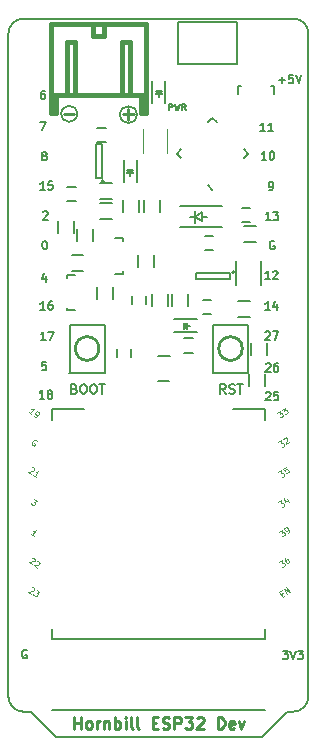
<source format=gbr>
G04 #@! TF.FileFunction,Legend,Top*
%FSLAX46Y46*%
G04 Gerber Fmt 4.6, Leading zero omitted, Abs format (unit mm)*
G04 Created by KiCad (PCBNEW (2015-01-16 BZR 5376)-product) date 03-Feb-17 1:00:34 PM*
%MOMM*%
G01*
G04 APERTURE LIST*
%ADD10C,0.100000*%
%ADD11C,0.127000*%
%ADD12C,0.150000*%
%ADD13C,0.200000*%
%ADD14C,0.125000*%
%ADD15C,0.175000*%
%ADD16C,0.250000*%
%ADD17C,0.285750*%
%ADD18C,0.381000*%
%ADD19C,0.120000*%
%ADD20C,0.254000*%
G04 APERTURE END LIST*
D10*
D11*
X90965867Y-75058210D02*
X90965867Y-74550210D01*
X91159391Y-74550210D01*
X91207772Y-74574400D01*
X91231963Y-74598590D01*
X91256153Y-74646971D01*
X91256153Y-74719543D01*
X91231963Y-74767924D01*
X91207772Y-74792114D01*
X91159391Y-74816305D01*
X90965867Y-74816305D01*
X91425486Y-74550210D02*
X91546439Y-75058210D01*
X91643201Y-74695352D01*
X91739963Y-75058210D01*
X91860915Y-74550210D01*
X92344724Y-75058210D02*
X92175391Y-74816305D01*
X92054438Y-75058210D02*
X92054438Y-74550210D01*
X92247962Y-74550210D01*
X92296343Y-74574400D01*
X92320534Y-74598590D01*
X92344724Y-74646971D01*
X92344724Y-74719543D01*
X92320534Y-74767924D01*
X92296343Y-74792114D01*
X92247962Y-74816305D01*
X92054438Y-74816305D01*
D12*
X83161514Y-75374500D02*
G75*
G03X83161514Y-75374500I-675014J0D01*
G01*
X88212952Y-75438000D02*
G75*
G03X88212952Y-75438000I-709952J0D01*
G01*
X98806000Y-128143000D02*
X99060000Y-127889000D01*
X81407000Y-128143000D02*
X98806000Y-128143000D01*
X81153000Y-127889000D02*
X81407000Y-128143000D01*
X77343000Y-124714000D02*
X77343000Y-68580000D01*
X79248000Y-125984000D02*
X78613000Y-125984000D01*
X101473000Y-125984000D02*
X100965000Y-125984000D01*
X102743000Y-68580000D02*
X102743000Y-124714000D01*
X78613000Y-67310000D02*
X101473000Y-67310000D01*
X78613000Y-67310000D02*
G75*
G03X77343000Y-68580000I0J-1270000D01*
G01*
X102743000Y-68580000D02*
G75*
G03X101473000Y-67310000I-1270000J0D01*
G01*
X101473000Y-125984000D02*
G75*
G03X102743000Y-124714000I0J1270000D01*
G01*
X77343000Y-124714000D02*
G75*
G03X78613000Y-125984000I1270000J0D01*
G01*
X81153000Y-127889000D02*
X79248000Y-125984000D01*
X100965000Y-125984000D02*
X99060000Y-127889000D01*
D13*
X82937486Y-98647257D02*
X83051772Y-98685352D01*
X83089867Y-98723448D01*
X83127962Y-98799638D01*
X83127962Y-98913924D01*
X83089867Y-98990114D01*
X83051772Y-99028210D01*
X82975581Y-99066305D01*
X82670819Y-99066305D01*
X82670819Y-98266305D01*
X82937486Y-98266305D01*
X83013676Y-98304400D01*
X83051772Y-98342495D01*
X83089867Y-98418686D01*
X83089867Y-98494876D01*
X83051772Y-98571067D01*
X83013676Y-98609162D01*
X82937486Y-98647257D01*
X82670819Y-98647257D01*
X83623200Y-98266305D02*
X83775581Y-98266305D01*
X83851772Y-98304400D01*
X83927962Y-98380590D01*
X83966057Y-98532971D01*
X83966057Y-98799638D01*
X83927962Y-98952019D01*
X83851772Y-99028210D01*
X83775581Y-99066305D01*
X83623200Y-99066305D01*
X83547010Y-99028210D01*
X83470819Y-98952019D01*
X83432724Y-98799638D01*
X83432724Y-98532971D01*
X83470819Y-98380590D01*
X83547010Y-98304400D01*
X83623200Y-98266305D01*
X84461295Y-98266305D02*
X84613676Y-98266305D01*
X84689867Y-98304400D01*
X84766057Y-98380590D01*
X84804152Y-98532971D01*
X84804152Y-98799638D01*
X84766057Y-98952019D01*
X84689867Y-99028210D01*
X84613676Y-99066305D01*
X84461295Y-99066305D01*
X84385105Y-99028210D01*
X84308914Y-98952019D01*
X84270819Y-98799638D01*
X84270819Y-98532971D01*
X84308914Y-98380590D01*
X84385105Y-98304400D01*
X84461295Y-98266305D01*
X85032723Y-98266305D02*
X85489866Y-98266305D01*
X85261295Y-99066305D02*
X85261295Y-98266305D01*
X95726305Y-99066305D02*
X95459638Y-98685352D01*
X95269162Y-99066305D02*
X95269162Y-98266305D01*
X95573924Y-98266305D01*
X95650115Y-98304400D01*
X95688210Y-98342495D01*
X95726305Y-98418686D01*
X95726305Y-98532971D01*
X95688210Y-98609162D01*
X95650115Y-98647257D01*
X95573924Y-98685352D01*
X95269162Y-98685352D01*
X96031067Y-99028210D02*
X96145353Y-99066305D01*
X96335829Y-99066305D01*
X96412019Y-99028210D01*
X96450115Y-98990114D01*
X96488210Y-98913924D01*
X96488210Y-98837733D01*
X96450115Y-98761543D01*
X96412019Y-98723448D01*
X96335829Y-98685352D01*
X96183448Y-98647257D01*
X96107257Y-98609162D01*
X96069162Y-98571067D01*
X96031067Y-98494876D01*
X96031067Y-98418686D01*
X96069162Y-98342495D01*
X96107257Y-98304400D01*
X96183448Y-98266305D01*
X96373924Y-98266305D01*
X96488210Y-98304400D01*
X96716781Y-98266305D02*
X97173924Y-98266305D01*
X96945353Y-99066305D02*
X96945353Y-98266305D01*
D14*
X79326755Y-115467890D02*
X79360012Y-115462623D01*
X79412532Y-115471350D01*
X79508843Y-115541324D01*
X79533373Y-115588577D01*
X79538640Y-115621834D01*
X79529912Y-115674354D01*
X79501922Y-115712878D01*
X79440676Y-115756670D01*
X79041590Y-115819879D01*
X79292000Y-116001812D01*
X79720729Y-115695268D02*
X79971138Y-115877201D01*
X79724343Y-115933336D01*
X79782129Y-115975321D01*
X79806659Y-116022572D01*
X79811927Y-116055830D01*
X79803199Y-116108349D01*
X79733225Y-116204660D01*
X79685973Y-116229190D01*
X79652715Y-116234458D01*
X79600196Y-116225730D01*
X79484623Y-116141761D01*
X79460093Y-116094509D01*
X79454826Y-116061252D01*
X79377555Y-112978690D02*
X79410812Y-112973423D01*
X79463332Y-112982150D01*
X79559643Y-113052124D01*
X79584173Y-113099377D01*
X79589440Y-113132634D01*
X79580712Y-113185154D01*
X79552722Y-113223678D01*
X79491476Y-113267470D01*
X79092390Y-113330679D01*
X79342800Y-113512612D01*
X79762800Y-113258588D02*
X79796058Y-113253320D01*
X79848578Y-113262047D01*
X79944889Y-113332022D01*
X79969418Y-113379274D01*
X79974686Y-113412532D01*
X79965958Y-113465051D01*
X79937968Y-113503576D01*
X79876722Y-113547367D01*
X79477636Y-113610576D01*
X79728045Y-113792510D01*
X79484623Y-111112561D02*
X79253475Y-110944622D01*
X79369049Y-111028592D02*
X79662941Y-110624083D01*
X79582432Y-110653881D01*
X79515918Y-110664415D01*
X79463398Y-110655688D01*
X79528106Y-107986119D02*
X79778515Y-108168052D01*
X79531720Y-108224188D01*
X79589506Y-108266172D01*
X79614036Y-108313424D01*
X79619304Y-108346681D01*
X79610576Y-108399201D01*
X79540602Y-108495512D01*
X79493350Y-108520042D01*
X79460093Y-108525309D01*
X79407573Y-108516581D01*
X79292000Y-108432612D01*
X79267470Y-108385360D01*
X79262203Y-108352103D01*
X79326755Y-105307890D02*
X79360012Y-105302623D01*
X79412532Y-105311350D01*
X79508843Y-105381324D01*
X79533373Y-105428577D01*
X79538640Y-105461834D01*
X79529912Y-105514354D01*
X79501922Y-105552878D01*
X79440676Y-105596670D01*
X79041590Y-105659879D01*
X79292000Y-105841812D01*
X79677245Y-106121710D02*
X79446098Y-105953771D01*
X79561672Y-106037740D02*
X79855564Y-105633232D01*
X79775055Y-105663029D01*
X79708541Y-105673564D01*
X79656021Y-105664837D01*
X79292000Y-100812612D02*
X79060852Y-100644674D01*
X79176426Y-100728643D02*
X79470319Y-100324134D01*
X79389809Y-100353932D01*
X79323295Y-100364467D01*
X79270775Y-100355740D01*
X79484623Y-100952561D02*
X79561672Y-101008540D01*
X79614191Y-101017268D01*
X79647449Y-101012001D01*
X79727958Y-100982204D01*
X79803199Y-100919149D01*
X79915158Y-100765051D01*
X79923886Y-100712532D01*
X79918618Y-100679274D01*
X79894089Y-100632022D01*
X79817040Y-100576042D01*
X79764520Y-100567315D01*
X79731263Y-100572583D01*
X79684011Y-100597113D01*
X79614036Y-100693424D01*
X79605309Y-100745943D01*
X79610576Y-100779201D01*
X79635106Y-100826452D01*
X79712155Y-100882432D01*
X79764674Y-100891160D01*
X79797932Y-100885892D01*
X79845184Y-100861362D01*
X79754889Y-103100317D02*
X79730359Y-103053065D01*
X79672573Y-103011081D01*
X79600790Y-102988358D01*
X79534276Y-102998893D01*
X79487024Y-103023423D01*
X79411782Y-103086477D01*
X79369797Y-103144265D01*
X79333081Y-103235309D01*
X79324353Y-103287828D01*
X79334888Y-103354342D01*
X79378680Y-103415589D01*
X79417205Y-103443579D01*
X79488986Y-103466301D01*
X79522244Y-103461034D01*
X79620208Y-103326198D01*
X79543158Y-103270219D01*
D15*
X78872533Y-120808000D02*
X78805867Y-120774667D01*
X78705867Y-120774667D01*
X78605867Y-120808000D01*
X78539200Y-120874667D01*
X78505867Y-120941333D01*
X78472533Y-121074667D01*
X78472533Y-121174667D01*
X78505867Y-121308000D01*
X78539200Y-121374667D01*
X78605867Y-121441333D01*
X78705867Y-121474667D01*
X78772533Y-121474667D01*
X78872533Y-121441333D01*
X78905867Y-121408000D01*
X78905867Y-121174667D01*
X78772533Y-121174667D01*
D14*
X100416843Y-116062827D02*
X100551678Y-115964863D01*
X100763409Y-116134763D02*
X100570786Y-116274712D01*
X100276893Y-115870203D01*
X100469516Y-115730255D01*
X100936770Y-116008809D02*
X100642877Y-115604301D01*
X101167917Y-115840871D01*
X100874025Y-115436362D01*
X100248000Y-113351196D02*
X100498409Y-113169263D01*
X100475533Y-113421325D01*
X100533320Y-113379341D01*
X100585839Y-113370613D01*
X100619097Y-113375881D01*
X100666348Y-113400411D01*
X100736322Y-113496722D01*
X100745050Y-113549241D01*
X100739783Y-113582499D01*
X100715253Y-113629751D01*
X100599679Y-113713720D01*
X100547160Y-113722448D01*
X100513903Y-113717180D01*
X100845131Y-112917355D02*
X100768081Y-112973334D01*
X100743552Y-113020587D01*
X100738285Y-113053844D01*
X100741745Y-113139620D01*
X100778462Y-113230665D01*
X100890421Y-113384763D01*
X100937673Y-113409292D01*
X100970930Y-113414560D01*
X101023449Y-113405833D01*
X101100499Y-113349853D01*
X101125029Y-113302601D01*
X101130296Y-113269344D01*
X101121568Y-113216824D01*
X101051594Y-113120513D01*
X101004343Y-113095983D01*
X100971085Y-113090716D01*
X100918566Y-113099444D01*
X100841516Y-113155423D01*
X100816986Y-113202675D01*
X100811720Y-113235932D01*
X100820447Y-113288452D01*
X100248000Y-110760396D02*
X100498409Y-110578463D01*
X100475533Y-110830525D01*
X100533320Y-110788541D01*
X100585839Y-110779813D01*
X100619097Y-110785081D01*
X100666348Y-110809611D01*
X100736322Y-110905922D01*
X100745050Y-110958441D01*
X100739783Y-110991699D01*
X100715253Y-111038951D01*
X100599679Y-111122920D01*
X100547160Y-111131648D01*
X100513903Y-111126380D01*
X100984925Y-110843022D02*
X101061974Y-110787043D01*
X101086504Y-110739791D01*
X101091772Y-110706533D01*
X101088312Y-110620757D01*
X101051594Y-110529713D01*
X100939635Y-110375615D01*
X100892384Y-110351085D01*
X100859126Y-110345818D01*
X100806606Y-110354545D01*
X100729557Y-110410524D01*
X100705027Y-110457777D01*
X100699761Y-110491034D01*
X100708488Y-110543554D01*
X100778462Y-110639865D01*
X100825714Y-110664394D01*
X100858971Y-110669662D01*
X100911490Y-110660934D01*
X100988540Y-110604955D01*
X101013070Y-110557703D01*
X101018337Y-110524445D01*
X101009609Y-110471926D01*
X100197200Y-108271196D02*
X100447609Y-108089263D01*
X100424733Y-108341325D01*
X100482520Y-108299341D01*
X100535039Y-108290613D01*
X100568297Y-108295881D01*
X100615548Y-108320411D01*
X100685522Y-108416722D01*
X100694250Y-108469241D01*
X100688983Y-108502499D01*
X100664453Y-108549751D01*
X100548879Y-108633720D01*
X100496360Y-108642448D01*
X100463103Y-108637180D01*
X100892295Y-107972191D02*
X101088223Y-108241863D01*
X100684025Y-107888067D02*
X100797636Y-108246976D01*
X101048047Y-108065043D01*
X100197200Y-105731196D02*
X100447609Y-105549263D01*
X100424733Y-105801325D01*
X100482520Y-105759341D01*
X100535039Y-105750613D01*
X100568297Y-105755881D01*
X100615548Y-105780411D01*
X100685522Y-105876722D01*
X100694250Y-105929241D01*
X100688983Y-105962499D01*
X100664453Y-106009751D01*
X100548879Y-106093720D01*
X100496360Y-106102448D01*
X100463103Y-106097180D01*
X100813593Y-105283360D02*
X100620970Y-105423308D01*
X100741657Y-105629927D01*
X100746925Y-105596669D01*
X100771455Y-105549418D01*
X100867766Y-105479444D01*
X100920285Y-105470716D01*
X100953543Y-105475983D01*
X101000794Y-105500513D01*
X101070768Y-105596824D01*
X101079496Y-105649344D01*
X101074229Y-105682601D01*
X101049699Y-105729853D01*
X100953388Y-105799827D01*
X100900868Y-105808555D01*
X100867611Y-105803287D01*
X100197200Y-103191196D02*
X100447609Y-103009263D01*
X100424733Y-103261325D01*
X100482520Y-103219341D01*
X100535039Y-103210613D01*
X100568297Y-103215881D01*
X100615548Y-103240411D01*
X100685522Y-103336722D01*
X100694250Y-103389241D01*
X100688983Y-103422499D01*
X100664453Y-103469751D01*
X100548879Y-103553720D01*
X100496360Y-103562448D01*
X100463103Y-103557180D01*
X100629698Y-102935829D02*
X100634966Y-102902571D01*
X100659495Y-102855319D01*
X100755806Y-102785345D01*
X100808326Y-102776618D01*
X100841584Y-102781885D01*
X100888835Y-102806415D01*
X100916825Y-102844940D01*
X100939547Y-102916721D01*
X100876338Y-103315807D01*
X101126748Y-103133874D01*
X100095600Y-100701996D02*
X100346009Y-100520063D01*
X100323133Y-100772125D01*
X100380920Y-100730141D01*
X100433439Y-100721413D01*
X100466697Y-100726681D01*
X100513948Y-100751211D01*
X100583922Y-100847522D01*
X100592650Y-100900041D01*
X100587383Y-100933299D01*
X100562853Y-100980551D01*
X100447279Y-101064520D01*
X100394760Y-101073248D01*
X100361503Y-101067980D01*
X100480846Y-100422098D02*
X100731255Y-100240165D01*
X100708379Y-100492228D01*
X100766166Y-100450244D01*
X100818685Y-100441516D01*
X100851943Y-100446783D01*
X100899194Y-100471313D01*
X100969168Y-100567624D01*
X100977896Y-100620144D01*
X100972629Y-100653401D01*
X100948099Y-100700653D01*
X100832525Y-100784622D01*
X100780006Y-100793350D01*
X100746749Y-100788082D01*
D15*
X99852933Y-86162400D02*
X99786267Y-86129067D01*
X99686267Y-86129067D01*
X99586267Y-86162400D01*
X99519600Y-86229067D01*
X99486267Y-86295733D01*
X99452933Y-86429067D01*
X99452933Y-86529067D01*
X99486267Y-86662400D01*
X99519600Y-86729067D01*
X99586267Y-86795733D01*
X99686267Y-86829067D01*
X99752933Y-86829067D01*
X99852933Y-86795733D01*
X99886267Y-86762400D01*
X99886267Y-86529067D01*
X99752933Y-86529067D01*
D16*
X82876332Y-127452381D02*
X82876332Y-126452381D01*
X82876332Y-126928571D02*
X83447761Y-126928571D01*
X83447761Y-127452381D02*
X83447761Y-126452381D01*
X84066808Y-127452381D02*
X83971570Y-127404762D01*
X83923951Y-127357143D01*
X83876332Y-127261905D01*
X83876332Y-126976190D01*
X83923951Y-126880952D01*
X83971570Y-126833333D01*
X84066808Y-126785714D01*
X84209666Y-126785714D01*
X84304904Y-126833333D01*
X84352523Y-126880952D01*
X84400142Y-126976190D01*
X84400142Y-127261905D01*
X84352523Y-127357143D01*
X84304904Y-127404762D01*
X84209666Y-127452381D01*
X84066808Y-127452381D01*
X84828713Y-127452381D02*
X84828713Y-126785714D01*
X84828713Y-126976190D02*
X84876332Y-126880952D01*
X84923951Y-126833333D01*
X85019189Y-126785714D01*
X85114428Y-126785714D01*
X85447761Y-126785714D02*
X85447761Y-127452381D01*
X85447761Y-126880952D02*
X85495380Y-126833333D01*
X85590618Y-126785714D01*
X85733476Y-126785714D01*
X85828714Y-126833333D01*
X85876333Y-126928571D01*
X85876333Y-127452381D01*
X86352523Y-127452381D02*
X86352523Y-126452381D01*
X86352523Y-126833333D02*
X86447761Y-126785714D01*
X86638238Y-126785714D01*
X86733476Y-126833333D01*
X86781095Y-126880952D01*
X86828714Y-126976190D01*
X86828714Y-127261905D01*
X86781095Y-127357143D01*
X86733476Y-127404762D01*
X86638238Y-127452381D01*
X86447761Y-127452381D01*
X86352523Y-127404762D01*
X87257285Y-127452381D02*
X87257285Y-126785714D01*
X87257285Y-126452381D02*
X87209666Y-126500000D01*
X87257285Y-126547619D01*
X87304904Y-126500000D01*
X87257285Y-126452381D01*
X87257285Y-126547619D01*
X87876332Y-127452381D02*
X87781094Y-127404762D01*
X87733475Y-127309524D01*
X87733475Y-126452381D01*
X88400142Y-127452381D02*
X88304904Y-127404762D01*
X88257285Y-127309524D01*
X88257285Y-126452381D01*
X89543000Y-126928571D02*
X89876334Y-126928571D01*
X90019191Y-127452381D02*
X89543000Y-127452381D01*
X89543000Y-126452381D01*
X90019191Y-126452381D01*
X90400143Y-127404762D02*
X90543000Y-127452381D01*
X90781096Y-127452381D01*
X90876334Y-127404762D01*
X90923953Y-127357143D01*
X90971572Y-127261905D01*
X90971572Y-127166667D01*
X90923953Y-127071429D01*
X90876334Y-127023810D01*
X90781096Y-126976190D01*
X90590619Y-126928571D01*
X90495381Y-126880952D01*
X90447762Y-126833333D01*
X90400143Y-126738095D01*
X90400143Y-126642857D01*
X90447762Y-126547619D01*
X90495381Y-126500000D01*
X90590619Y-126452381D01*
X90828715Y-126452381D01*
X90971572Y-126500000D01*
X91400143Y-127452381D02*
X91400143Y-126452381D01*
X91781096Y-126452381D01*
X91876334Y-126500000D01*
X91923953Y-126547619D01*
X91971572Y-126642857D01*
X91971572Y-126785714D01*
X91923953Y-126880952D01*
X91876334Y-126928571D01*
X91781096Y-126976190D01*
X91400143Y-126976190D01*
X92304905Y-126452381D02*
X92923953Y-126452381D01*
X92590619Y-126833333D01*
X92733477Y-126833333D01*
X92828715Y-126880952D01*
X92876334Y-126928571D01*
X92923953Y-127023810D01*
X92923953Y-127261905D01*
X92876334Y-127357143D01*
X92828715Y-127404762D01*
X92733477Y-127452381D01*
X92447762Y-127452381D01*
X92352524Y-127404762D01*
X92304905Y-127357143D01*
X93304905Y-126547619D02*
X93352524Y-126500000D01*
X93447762Y-126452381D01*
X93685858Y-126452381D01*
X93781096Y-126500000D01*
X93828715Y-126547619D01*
X93876334Y-126642857D01*
X93876334Y-126738095D01*
X93828715Y-126880952D01*
X93257286Y-127452381D01*
X93876334Y-127452381D01*
X95066810Y-127452381D02*
X95066810Y-126452381D01*
X95304905Y-126452381D01*
X95447763Y-126500000D01*
X95543001Y-126595238D01*
X95590620Y-126690476D01*
X95638239Y-126880952D01*
X95638239Y-127023810D01*
X95590620Y-127214286D01*
X95543001Y-127309524D01*
X95447763Y-127404762D01*
X95304905Y-127452381D01*
X95066810Y-127452381D01*
X96447763Y-127404762D02*
X96352525Y-127452381D01*
X96162048Y-127452381D01*
X96066810Y-127404762D01*
X96019191Y-127309524D01*
X96019191Y-126928571D01*
X96066810Y-126833333D01*
X96162048Y-126785714D01*
X96352525Y-126785714D01*
X96447763Y-126833333D01*
X96495382Y-126928571D01*
X96495382Y-127023810D01*
X96019191Y-127119048D01*
X96828715Y-126785714D02*
X97066810Y-127452381D01*
X97304906Y-126785714D01*
D15*
X100580933Y-120825467D02*
X101014266Y-120825467D01*
X100780933Y-121092133D01*
X100880933Y-121092133D01*
X100947600Y-121125467D01*
X100980933Y-121158800D01*
X101014266Y-121225467D01*
X101014266Y-121392133D01*
X100980933Y-121458800D01*
X100947600Y-121492133D01*
X100880933Y-121525467D01*
X100680933Y-121525467D01*
X100614266Y-121492133D01*
X100580933Y-121458800D01*
X101214267Y-120825467D02*
X101447600Y-121525467D01*
X101680933Y-120825467D01*
X101847600Y-120825467D02*
X102280933Y-120825467D01*
X102047600Y-121092133D01*
X102147600Y-121092133D01*
X102214267Y-121125467D01*
X102247600Y-121158800D01*
X102280933Y-121225467D01*
X102280933Y-121392133D01*
X102247600Y-121458800D01*
X102214267Y-121492133D01*
X102147600Y-121525467D01*
X101947600Y-121525467D01*
X101880933Y-121492133D01*
X101847600Y-121458800D01*
X80384666Y-99478267D02*
X79984666Y-99478267D01*
X80184666Y-99478267D02*
X80184666Y-98778267D01*
X80118000Y-98878267D01*
X80051333Y-98944933D01*
X79984666Y-98978267D01*
X80784667Y-99078267D02*
X80718000Y-99044933D01*
X80684667Y-99011600D01*
X80651333Y-98944933D01*
X80651333Y-98911600D01*
X80684667Y-98844933D01*
X80718000Y-98811600D01*
X80784667Y-98778267D01*
X80918000Y-98778267D01*
X80984667Y-98811600D01*
X81018000Y-98844933D01*
X81051333Y-98911600D01*
X81051333Y-98944933D01*
X81018000Y-99011600D01*
X80984667Y-99044933D01*
X80918000Y-99078267D01*
X80784667Y-99078267D01*
X80718000Y-99111600D01*
X80684667Y-99144933D01*
X80651333Y-99211600D01*
X80651333Y-99344933D01*
X80684667Y-99411600D01*
X80718000Y-99444933D01*
X80784667Y-99478267D01*
X80918000Y-99478267D01*
X80984667Y-99444933D01*
X81018000Y-99411600D01*
X81051333Y-99344933D01*
X81051333Y-99211600D01*
X81018000Y-99144933D01*
X80984667Y-99111600D01*
X80918000Y-99078267D01*
X80532267Y-96390667D02*
X80198934Y-96390667D01*
X80165600Y-96724000D01*
X80198934Y-96690667D01*
X80265600Y-96657333D01*
X80432267Y-96657333D01*
X80498934Y-96690667D01*
X80532267Y-96724000D01*
X80565600Y-96790667D01*
X80565600Y-96957333D01*
X80532267Y-97024000D01*
X80498934Y-97057333D01*
X80432267Y-97090667D01*
X80265600Y-97090667D01*
X80198934Y-97057333D01*
X80165600Y-97024000D01*
X80486266Y-94550667D02*
X80086266Y-94550667D01*
X80286266Y-94550667D02*
X80286266Y-93850667D01*
X80219600Y-93950667D01*
X80152933Y-94017333D01*
X80086266Y-94050667D01*
X80719600Y-93850667D02*
X81186267Y-93850667D01*
X80886267Y-94550667D01*
X80435466Y-91959867D02*
X80035466Y-91959867D01*
X80235466Y-91959867D02*
X80235466Y-91259867D01*
X80168800Y-91359867D01*
X80102133Y-91426533D01*
X80035466Y-91459867D01*
X81035467Y-91259867D02*
X80902133Y-91259867D01*
X80835467Y-91293200D01*
X80802133Y-91326533D01*
X80735467Y-91426533D01*
X80702133Y-91559867D01*
X80702133Y-91826533D01*
X80735467Y-91893200D01*
X80768800Y-91926533D01*
X80835467Y-91959867D01*
X80968800Y-91959867D01*
X81035467Y-91926533D01*
X81068800Y-91893200D01*
X81102133Y-91826533D01*
X81102133Y-91659867D01*
X81068800Y-91593200D01*
X81035467Y-91559867D01*
X80968800Y-91526533D01*
X80835467Y-91526533D01*
X80768800Y-91559867D01*
X80735467Y-91593200D01*
X80702133Y-91659867D01*
X80498934Y-89105600D02*
X80498934Y-89572267D01*
X80332267Y-88838933D02*
X80165600Y-89338933D01*
X80598934Y-89338933D01*
X80383067Y-86129067D02*
X80449734Y-86129067D01*
X80516400Y-86162400D01*
X80549734Y-86195733D01*
X80583067Y-86262400D01*
X80616400Y-86395733D01*
X80616400Y-86562400D01*
X80583067Y-86695733D01*
X80549734Y-86762400D01*
X80516400Y-86795733D01*
X80449734Y-86829067D01*
X80383067Y-86829067D01*
X80316400Y-86795733D01*
X80283067Y-86762400D01*
X80249734Y-86695733D01*
X80216400Y-86562400D01*
X80216400Y-86395733D01*
X80249734Y-86262400D01*
X80283067Y-86195733D01*
X80316400Y-86162400D01*
X80383067Y-86129067D01*
X80267200Y-83706533D02*
X80300534Y-83673200D01*
X80367200Y-83639867D01*
X80533867Y-83639867D01*
X80600534Y-83673200D01*
X80633867Y-83706533D01*
X80667200Y-83773200D01*
X80667200Y-83839867D01*
X80633867Y-83939867D01*
X80233867Y-84339867D01*
X80667200Y-84339867D01*
X80435466Y-81799867D02*
X80035466Y-81799867D01*
X80235466Y-81799867D02*
X80235466Y-81099867D01*
X80168800Y-81199867D01*
X80102133Y-81266533D01*
X80035466Y-81299867D01*
X81068800Y-81099867D02*
X80735467Y-81099867D01*
X80702133Y-81433200D01*
X80735467Y-81399867D01*
X80802133Y-81366533D01*
X80968800Y-81366533D01*
X81035467Y-81399867D01*
X81068800Y-81433200D01*
X81102133Y-81499867D01*
X81102133Y-81666533D01*
X81068800Y-81733200D01*
X81035467Y-81766533D01*
X80968800Y-81799867D01*
X80802133Y-81799867D01*
X80735467Y-81766533D01*
X80702133Y-81733200D01*
X80324334Y-78910667D02*
X80257667Y-78877333D01*
X80224334Y-78844000D01*
X80191000Y-78777333D01*
X80191000Y-78744000D01*
X80224334Y-78677333D01*
X80257667Y-78644000D01*
X80324334Y-78610667D01*
X80457667Y-78610667D01*
X80524334Y-78644000D01*
X80557667Y-78677333D01*
X80591000Y-78744000D01*
X80591000Y-78777333D01*
X80557667Y-78844000D01*
X80524334Y-78877333D01*
X80457667Y-78910667D01*
X80324334Y-78910667D01*
X80257667Y-78944000D01*
X80224334Y-78977333D01*
X80191000Y-79044000D01*
X80191000Y-79177333D01*
X80224334Y-79244000D01*
X80257667Y-79277333D01*
X80324334Y-79310667D01*
X80457667Y-79310667D01*
X80524334Y-79277333D01*
X80557667Y-79244000D01*
X80591000Y-79177333D01*
X80591000Y-79044000D01*
X80557667Y-78977333D01*
X80524334Y-78944000D01*
X80457667Y-78910667D01*
X80030667Y-76070667D02*
X80497334Y-76070667D01*
X80197334Y-76770667D01*
X80397334Y-73403667D02*
X80264000Y-73403667D01*
X80197334Y-73437000D01*
X80164000Y-73470333D01*
X80097334Y-73570333D01*
X80064000Y-73703667D01*
X80064000Y-73970333D01*
X80097334Y-74037000D01*
X80130667Y-74070333D01*
X80197334Y-74103667D01*
X80330667Y-74103667D01*
X80397334Y-74070333D01*
X80430667Y-74037000D01*
X80464000Y-73970333D01*
X80464000Y-73803667D01*
X80430667Y-73737000D01*
X80397334Y-73703667D01*
X80330667Y-73670333D01*
X80197334Y-73670333D01*
X80130667Y-73703667D01*
X80097334Y-73737000D01*
X80064000Y-73803667D01*
X100242800Y-72490800D02*
X100776133Y-72490800D01*
X100509466Y-72757467D02*
X100509466Y-72224133D01*
X101442800Y-72057467D02*
X101109467Y-72057467D01*
X101076133Y-72390800D01*
X101109467Y-72357467D01*
X101176133Y-72324133D01*
X101342800Y-72324133D01*
X101409467Y-72357467D01*
X101442800Y-72390800D01*
X101476133Y-72457467D01*
X101476133Y-72624133D01*
X101442800Y-72690800D01*
X101409467Y-72724133D01*
X101342800Y-72757467D01*
X101176133Y-72757467D01*
X101109467Y-72724133D01*
X101076133Y-72690800D01*
X101676134Y-72057467D02*
X101909467Y-72757467D01*
X102142800Y-72057467D01*
X99079066Y-76821467D02*
X98679066Y-76821467D01*
X98879066Y-76821467D02*
X98879066Y-76121467D01*
X98812400Y-76221467D01*
X98745733Y-76288133D01*
X98679066Y-76321467D01*
X99745733Y-76821467D02*
X99345733Y-76821467D01*
X99545733Y-76821467D02*
X99545733Y-76121467D01*
X99479067Y-76221467D01*
X99412400Y-76288133D01*
X99345733Y-76321467D01*
X99434667Y-81850667D02*
X99568000Y-81850667D01*
X99634667Y-81817333D01*
X99668000Y-81784000D01*
X99734667Y-81684000D01*
X99768000Y-81550667D01*
X99768000Y-81284000D01*
X99734667Y-81217333D01*
X99701334Y-81184000D01*
X99634667Y-81150667D01*
X99501334Y-81150667D01*
X99434667Y-81184000D01*
X99401334Y-81217333D01*
X99368000Y-81284000D01*
X99368000Y-81450667D01*
X99401334Y-81517333D01*
X99434667Y-81550667D01*
X99501334Y-81584000D01*
X99634667Y-81584000D01*
X99701334Y-81550667D01*
X99734667Y-81517333D01*
X99768000Y-81450667D01*
X99536266Y-84390667D02*
X99136266Y-84390667D01*
X99336266Y-84390667D02*
X99336266Y-83690667D01*
X99269600Y-83790667D01*
X99202933Y-83857333D01*
X99136266Y-83890667D01*
X99769600Y-83690667D02*
X100202933Y-83690667D01*
X99969600Y-83957333D01*
X100069600Y-83957333D01*
X100136267Y-83990667D01*
X100169600Y-84024000D01*
X100202933Y-84090667D01*
X100202933Y-84257333D01*
X100169600Y-84324000D01*
X100136267Y-84357333D01*
X100069600Y-84390667D01*
X99869600Y-84390667D01*
X99802933Y-84357333D01*
X99769600Y-84324000D01*
X99485466Y-89369067D02*
X99085466Y-89369067D01*
X99285466Y-89369067D02*
X99285466Y-88669067D01*
X99218800Y-88769067D01*
X99152133Y-88835733D01*
X99085466Y-88869067D01*
X99752133Y-88735733D02*
X99785467Y-88702400D01*
X99852133Y-88669067D01*
X100018800Y-88669067D01*
X100085467Y-88702400D01*
X100118800Y-88735733D01*
X100152133Y-88802400D01*
X100152133Y-88869067D01*
X100118800Y-88969067D01*
X99718800Y-89369067D01*
X100152133Y-89369067D01*
X99485466Y-91959867D02*
X99085466Y-91959867D01*
X99285466Y-91959867D02*
X99285466Y-91259867D01*
X99218800Y-91359867D01*
X99152133Y-91426533D01*
X99085466Y-91459867D01*
X100085467Y-91493200D02*
X100085467Y-91959867D01*
X99918800Y-91226533D02*
X99752133Y-91726533D01*
X100185467Y-91726533D01*
X99085466Y-93866533D02*
X99118800Y-93833200D01*
X99185466Y-93799867D01*
X99352133Y-93799867D01*
X99418800Y-93833200D01*
X99452133Y-93866533D01*
X99485466Y-93933200D01*
X99485466Y-93999867D01*
X99452133Y-94099867D01*
X99052133Y-94499867D01*
X99485466Y-94499867D01*
X99718800Y-93799867D02*
X100185467Y-93799867D01*
X99885467Y-94499867D01*
X99180666Y-79259867D02*
X98780666Y-79259867D01*
X98980666Y-79259867D02*
X98980666Y-78559867D01*
X98914000Y-78659867D01*
X98847333Y-78726533D01*
X98780666Y-78759867D01*
X99614000Y-78559867D02*
X99680667Y-78559867D01*
X99747333Y-78593200D01*
X99780667Y-78626533D01*
X99814000Y-78693200D01*
X99847333Y-78826533D01*
X99847333Y-78993200D01*
X99814000Y-79126533D01*
X99780667Y-79193200D01*
X99747333Y-79226533D01*
X99680667Y-79259867D01*
X99614000Y-79259867D01*
X99547333Y-79226533D01*
X99514000Y-79193200D01*
X99480667Y-79126533D01*
X99447333Y-78993200D01*
X99447333Y-78826533D01*
X99480667Y-78693200D01*
X99514000Y-78626533D01*
X99547333Y-78593200D01*
X99614000Y-78559867D01*
X99136266Y-96558933D02*
X99169600Y-96525600D01*
X99236266Y-96492267D01*
X99402933Y-96492267D01*
X99469600Y-96525600D01*
X99502933Y-96558933D01*
X99536266Y-96625600D01*
X99536266Y-96692267D01*
X99502933Y-96792267D01*
X99102933Y-97192267D01*
X99536266Y-97192267D01*
X100136267Y-96492267D02*
X100002933Y-96492267D01*
X99936267Y-96525600D01*
X99902933Y-96558933D01*
X99836267Y-96658933D01*
X99802933Y-96792267D01*
X99802933Y-97058933D01*
X99836267Y-97125600D01*
X99869600Y-97158933D01*
X99936267Y-97192267D01*
X100069600Y-97192267D01*
X100136267Y-97158933D01*
X100169600Y-97125600D01*
X100202933Y-97058933D01*
X100202933Y-96892267D01*
X100169600Y-96825600D01*
X100136267Y-96792267D01*
X100069600Y-96758933D01*
X99936267Y-96758933D01*
X99869600Y-96792267D01*
X99836267Y-96825600D01*
X99802933Y-96892267D01*
X99136266Y-98997333D02*
X99169600Y-98964000D01*
X99236266Y-98930667D01*
X99402933Y-98930667D01*
X99469600Y-98964000D01*
X99502933Y-98997333D01*
X99536266Y-99064000D01*
X99536266Y-99130667D01*
X99502933Y-99230667D01*
X99102933Y-99630667D01*
X99536266Y-99630667D01*
X100169600Y-98930667D02*
X99836267Y-98930667D01*
X99802933Y-99264000D01*
X99836267Y-99230667D01*
X99902933Y-99197333D01*
X100069600Y-99197333D01*
X100136267Y-99230667D01*
X100169600Y-99264000D01*
X100202933Y-99330667D01*
X100202933Y-99497333D01*
X100169600Y-99564000D01*
X100136267Y-99597333D01*
X100069600Y-99630667D01*
X99902933Y-99630667D01*
X99836267Y-99597333D01*
X99802933Y-99564000D01*
D17*
X82921928Y-75356357D02*
X82051071Y-75356357D01*
X87938428Y-75419857D02*
X87067571Y-75419857D01*
X87503000Y-74984429D02*
X87503000Y-75855286D01*
D12*
X82327000Y-81569000D02*
X83027000Y-81569000D01*
X83027000Y-82769000D02*
X82327000Y-82769000D01*
D18*
X88963500Y-67802760D02*
X88963500Y-75303380D01*
X80962500Y-75303380D02*
X80962500Y-67802760D01*
X80962500Y-75303380D02*
X81363820Y-75303380D01*
X81163160Y-73802240D02*
X81163160Y-75303380D01*
X81363820Y-75303380D02*
X81363820Y-73802240D01*
X88762840Y-75303380D02*
X88762840Y-73802240D01*
X88562180Y-73802240D02*
X88562180Y-75303380D01*
X88562180Y-75303380D02*
X88963500Y-75303380D01*
X85463380Y-67802760D02*
X85463380Y-68803520D01*
X85463380Y-68803520D02*
X84462620Y-68803520D01*
X84462620Y-68803520D02*
X84462620Y-67802760D01*
X86961980Y-73802240D02*
X86961980Y-69303900D01*
X86961980Y-69303900D02*
X87663020Y-69303900D01*
X87663020Y-69303900D02*
X87663020Y-73802240D01*
X82964020Y-73802240D02*
X82964020Y-69303900D01*
X82964020Y-69303900D02*
X82262980Y-69303900D01*
X82262980Y-69303900D02*
X82262980Y-73802240D01*
X88963500Y-67802760D02*
X80962500Y-67802760D01*
X80962500Y-73802240D02*
X88963500Y-73802240D01*
X86263480Y-67802760D02*
X86563200Y-67802760D01*
D12*
X91574441Y-78740000D02*
X91945672Y-78368769D01*
X97655559Y-78740000D02*
X97284328Y-79111231D01*
X94615000Y-75699441D02*
X94243769Y-76070672D01*
X94615000Y-81780559D02*
X94243769Y-81409328D01*
X97655559Y-78740000D02*
X97284328Y-78368769D01*
X94615000Y-75699441D02*
X94986231Y-76070672D01*
X91574441Y-78740000D02*
X91945672Y-79111231D01*
X82907500Y-84463000D02*
X82907500Y-85463000D01*
X81557500Y-85463000D02*
X81557500Y-84463000D01*
X90146500Y-82685000D02*
X90146500Y-83685000D01*
X88796500Y-83685000D02*
X88796500Y-82685000D01*
D19*
X90772920Y-78667476D02*
X90772920Y-76667476D01*
X88722920Y-76667476D02*
X88722920Y-78667476D01*
D12*
X87115120Y-79259874D02*
X87115120Y-81159874D01*
X88215120Y-79259874D02*
X88215120Y-81159874D01*
X87665120Y-80159874D02*
X87665120Y-80609874D01*
X87915120Y-80109874D02*
X87415120Y-80109874D01*
X87665120Y-80109874D02*
X87915120Y-80359874D01*
X87915120Y-80359874D02*
X87415120Y-80359874D01*
X87415120Y-80359874D02*
X87665120Y-80109874D01*
X89518400Y-72585400D02*
X89518400Y-74485400D01*
X90618400Y-72585400D02*
X90618400Y-74485400D01*
X90068400Y-73485400D02*
X90068400Y-73935400D01*
X90318400Y-73435400D02*
X89818400Y-73435400D01*
X90068400Y-73435400D02*
X90318400Y-73685400D01*
X90318400Y-73685400D02*
X89818400Y-73685400D01*
X89818400Y-73685400D02*
X90068400Y-73435400D01*
X91391120Y-93863875D02*
X93291120Y-93863875D01*
X91391120Y-92763875D02*
X93291120Y-92763875D01*
X92291120Y-93313875D02*
X92741120Y-93313875D01*
X92241120Y-93063875D02*
X92241120Y-93563875D01*
X92241120Y-93313875D02*
X92491120Y-93063875D01*
X92491120Y-93063875D02*
X92491120Y-93563875D01*
X92491120Y-93563875D02*
X92241120Y-93313875D01*
X85426500Y-81075000D02*
G75*
G03X85426500Y-81075000I-100000J0D01*
G01*
X84776500Y-80825000D02*
X85276500Y-80825000D01*
X84776500Y-77925000D02*
X84776500Y-80825000D01*
X85276500Y-77925000D02*
X84776500Y-77925000D01*
X85276500Y-80825000D02*
X85276500Y-77925000D01*
X99597160Y-73009760D02*
X99548900Y-73009760D01*
X96798180Y-73710800D02*
X96798180Y-73009760D01*
X96798180Y-73009760D02*
X97047100Y-73009760D01*
X99597160Y-73009760D02*
X99797820Y-73009760D01*
X99797820Y-73009760D02*
X99797820Y-73710800D01*
X96475519Y-88797475D02*
G75*
G03X96475519Y-88797475I-100000J0D01*
G01*
X96125519Y-89347475D02*
X96125519Y-88847475D01*
X93225519Y-89347475D02*
X96125519Y-89347475D01*
X93225519Y-88847475D02*
X93225519Y-89347475D01*
X96125519Y-88847475D02*
X93225519Y-88847475D01*
X87045360Y-88720234D02*
X87045360Y-88671974D01*
X86344320Y-85921254D02*
X87045360Y-85921254D01*
X87045360Y-85921254D02*
X87045360Y-86170174D01*
X87045360Y-88720234D02*
X87045360Y-88920894D01*
X87045360Y-88920894D02*
X86344320Y-88920894D01*
X82290480Y-89220714D02*
X82290480Y-89268974D01*
X82991520Y-92019694D02*
X82290480Y-92019694D01*
X82290480Y-92019694D02*
X82290480Y-91770774D01*
X82290480Y-89220714D02*
X82290480Y-89020054D01*
X82290480Y-89020054D02*
X82991520Y-89020054D01*
X97290000Y-84872200D02*
X98290000Y-84872200D01*
X98290000Y-86222200D02*
X97290000Y-86222200D01*
X86098000Y-82590000D02*
X85098000Y-82590000D01*
X85098000Y-81240000D02*
X86098000Y-81240000D01*
X91206520Y-91629475D02*
X91206520Y-90629475D01*
X92556520Y-90629475D02*
X92556520Y-91629475D01*
X86098000Y-84241000D02*
X85098000Y-84241000D01*
X85098000Y-82891000D02*
X86098000Y-82891000D01*
X83694720Y-88654875D02*
X82694720Y-88654875D01*
X82694720Y-87304875D02*
X83694720Y-87304875D01*
X86206520Y-90019874D02*
X86206520Y-91019874D01*
X84856520Y-91019874D02*
X84856520Y-90019874D01*
X96817120Y-91216475D02*
X97817120Y-91216475D01*
X97817120Y-92566475D02*
X96817120Y-92566475D01*
X88432000Y-82685000D02*
X88432000Y-83685000D01*
X87082000Y-83685000D02*
X87082000Y-82685000D01*
X88352000Y-88320500D02*
X88352000Y-87320500D01*
X89702000Y-87320500D02*
X89702000Y-88320500D01*
X83180120Y-86143075D02*
X83180120Y-85143075D01*
X84530120Y-85143075D02*
X84530120Y-86143075D01*
X97877000Y-95750000D02*
X97877000Y-94750000D01*
X99227000Y-94750000D02*
X99227000Y-95750000D01*
X85567000Y-77752500D02*
X84867000Y-77752500D01*
X84867000Y-76552500D02*
X85567000Y-76552500D01*
X93969920Y-85703475D02*
X94669920Y-85703475D01*
X94669920Y-86903475D02*
X93969920Y-86903475D01*
X97084400Y-83321600D02*
X97784400Y-83321600D01*
X97784400Y-84521600D02*
X97084400Y-84521600D01*
X94517521Y-92339074D02*
X93817521Y-92339074D01*
X93817521Y-91139074D02*
X94517521Y-91139074D01*
X96647720Y-87843474D02*
X96647720Y-89843474D01*
X98697720Y-89843474D02*
X98697720Y-87843474D01*
X92242719Y-94390275D02*
X92942719Y-94390275D01*
X92942719Y-95590275D02*
X92242719Y-95590275D01*
X89027120Y-90779475D02*
X89027120Y-91479475D01*
X87827120Y-91479475D02*
X87827120Y-90779475D01*
X86557120Y-95949875D02*
X86557120Y-95249875D01*
X87757120Y-95249875D02*
X87757120Y-95949875D01*
X99100000Y-97417000D02*
X99100000Y-98417000D01*
X97750000Y-98417000D02*
X97750000Y-97417000D01*
X90829320Y-90629475D02*
X90829320Y-91629475D01*
X89479320Y-91629475D02*
X89479320Y-90629475D01*
X91734000Y-67636000D02*
X96734000Y-67636000D01*
X96734000Y-67636000D02*
X96734000Y-71136000D01*
X96734000Y-71136000D02*
X92234000Y-71136000D01*
X92234000Y-71136000D02*
X91734000Y-71136000D01*
X91734000Y-71136000D02*
X91734000Y-67636000D01*
X93738700Y-84074000D02*
X94119700Y-84074000D01*
X92722700Y-84074000D02*
X93103700Y-84074000D01*
X93103700Y-84074000D02*
X93738700Y-83693000D01*
X93738700Y-83693000D02*
X93738700Y-84455000D01*
X93738700Y-84455000D02*
X93103700Y-84074000D01*
X93103700Y-83566000D02*
X93103700Y-84582000D01*
X95421200Y-83174000D02*
X91881200Y-83174000D01*
X95421200Y-84974000D02*
X91881200Y-84974000D01*
X99052721Y-119875875D02*
X99052721Y-118975875D01*
X81052721Y-100375875D02*
X81052721Y-101275875D01*
X99052721Y-100375875D02*
X99052721Y-101275875D01*
X99052721Y-119875875D02*
X81052721Y-119875875D01*
X81052721Y-119875875D02*
X81052721Y-118975875D01*
X81052721Y-100375875D02*
X83752721Y-100375875D01*
X99052721Y-100375875D02*
X96352721Y-100375875D01*
X99052721Y-119875875D02*
X81052721Y-119875875D01*
X99052721Y-125875875D02*
X81052721Y-125875875D01*
X97647320Y-93212275D02*
X94650120Y-93212275D01*
X94650120Y-93212275D02*
X94650120Y-97276275D01*
X94650120Y-97276275D02*
X97596520Y-97276275D01*
X97596520Y-97276275D02*
X97596520Y-93237675D01*
D20*
X97149480Y-95244275D02*
G75*
G03X97149480Y-95244275I-1000760J0D01*
G01*
D12*
X82508920Y-97276275D02*
X85506120Y-97276275D01*
X85506120Y-97276275D02*
X85506120Y-93212275D01*
X85506120Y-93212275D02*
X82559720Y-93212275D01*
X82559720Y-93212275D02*
X82559720Y-97250875D01*
D20*
X85008280Y-95244275D02*
G75*
G03X85008280Y-95244275I-1000760J0D01*
G01*
D12*
X91043320Y-95853875D02*
X90027320Y-95853875D01*
X90967120Y-97987475D02*
X90027320Y-97987475D01*
M02*

</source>
